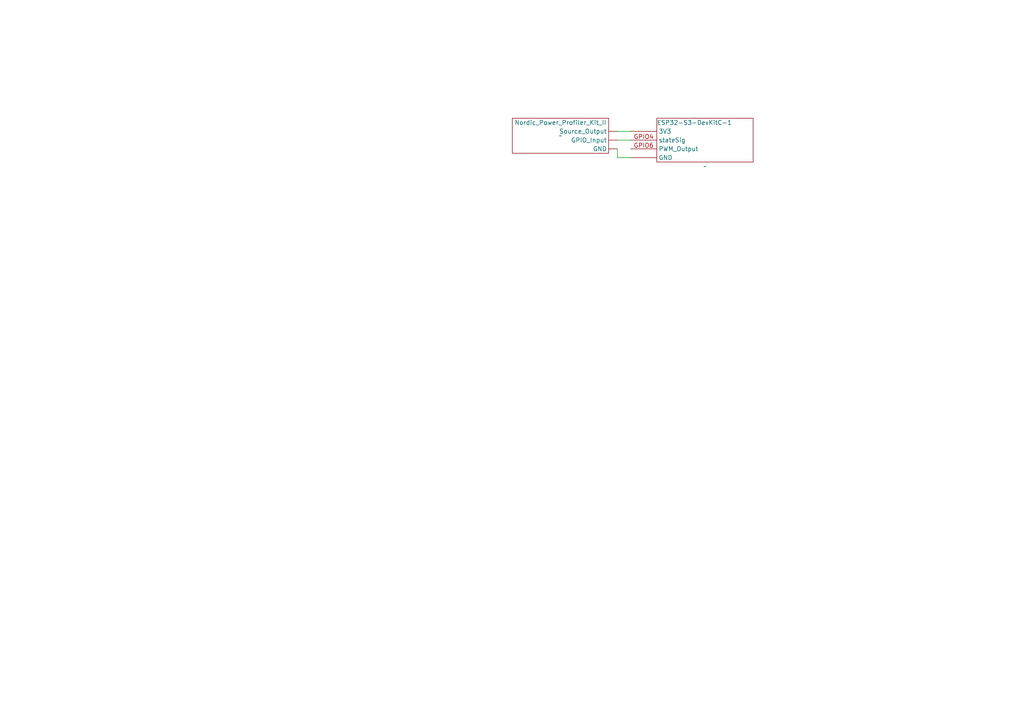
<source format=kicad_sch>
(kicad_sch (version 20230121) (generator eeschema)

  (uuid 6ee429b9-1737-4522-9b96-743727f2fd37)

  (paper "A4")

  (lib_symbols
    (symbol "apris2023_eval1:ESP32-S3-DevKitC" (in_bom yes) (on_board yes)
      (property "Reference" "ESP32-S3-DevKitC-1" (at 0 12.7 0)
        (effects (font (size 1.27 1.27)))
      )
      (property "Value" "" (at 0 0 0)
        (effects (font (size 1.27 1.27)))
      )
      (property "Footprint" "" (at 0 0 0)
        (effects (font (size 1.27 1.27)) hide)
      )
      (property "Datasheet" "" (at 0 0 0)
        (effects (font (size 1.27 1.27)) hide)
      )
      (symbol "ESP32-S3-DevKitC_0_1"
        (rectangle (start -13.97 13.97) (end 13.97 1.27)
          (stroke (width 0) (type default))
          (fill (type none))
        )
      )
      (symbol "ESP32-S3-DevKitC_1_1"
        (pin input line (at -21.59 10.16 0) (length 7.62)
          (name "3V3" (effects (font (size 1.27 1.27))))
          (number "" (effects (font (size 1.27 1.27))))
        )
        (pin input line (at -21.59 2.54 0) (length 7.62)
          (name "GND" (effects (font (size 1.27 1.27))))
          (number "" (effects (font (size 1.27 1.27))))
        )
        (pin output line (at -21.59 7.62 0) (length 7.62)
          (name "stateSig" (effects (font (size 1.27 1.27))))
          (number "GPIO4" (effects (font (size 1.27 1.27))))
        )
        (pin output line (at -21.59 5.08 0) (length 7.62)
          (name "PWM_Output" (effects (font (size 1.27 1.27))))
          (number "GPIO6" (effects (font (size 1.27 1.27))))
        )
      )
    )
    (symbol "apris2023_eval1:Nordic_Power_Profile_Kit_II" (in_bom yes) (on_board yes)
      (property "Reference" "Nordic_Power_Profiler_Kit_II" (at 0 3.81 0)
        (effects (font (size 1.27 1.27)))
      )
      (property "Value" "" (at 0 0 0)
        (effects (font (size 1.27 1.27)))
      )
      (property "Footprint" "" (at 0 0 0)
        (effects (font (size 1.27 1.27)) hide)
      )
      (property "Datasheet" "" (at 0 0 0)
        (effects (font (size 1.27 1.27)) hide)
      )
      (symbol "Nordic_Power_Profile_Kit_II_0_1"
        (rectangle (start -13.97 5.08) (end 13.97 -5.08)
          (stroke (width 0) (type default))
          (fill (type none))
        )
      )
      (symbol "Nordic_Power_Profile_Kit_II_1_1"
        (pin input line (at 16.51 -3.81 180) (length 2.54)
          (name "GND" (effects (font (size 1.27 1.27))))
          (number "" (effects (font (size 1.27 1.27))))
        )
        (pin input line (at 16.51 -1.27 180) (length 2.54)
          (name "GPIO_Input" (effects (font (size 1.27 1.27))))
          (number "" (effects (font (size 1.27 1.27))))
        )
        (pin input line (at 16.51 1.27 180) (length 2.54)
          (name "Source_Output" (effects (font (size 1.27 1.27))))
          (number "" (effects (font (size 1.27 1.27))))
        )
      )
    )
  )


  (wire (pts (xy 179.07 45.72) (xy 179.07 43.18))
    (stroke (width 0) (type default))
    (uuid 403f3a1c-33bb-4fb4-a993-62fd31558f7f)
  )
  (wire (pts (xy 179.07 40.64) (xy 182.88 40.64))
    (stroke (width 0) (type default))
    (uuid 75f9d5c4-f050-4bb3-8f5c-a03f8eb3720a)
  )
  (wire (pts (xy 179.07 38.1) (xy 182.88 38.1))
    (stroke (width 0) (type default))
    (uuid a5f5a4fb-f83e-4354-aa35-10b226a8c715)
  )
  (wire (pts (xy 182.88 45.72) (xy 179.07 45.72))
    (stroke (width 0) (type default))
    (uuid b540c3df-28b5-45c1-afdc-b01eaf17b127)
  )

  (symbol (lib_id "apris2023_eval1:Nordic_Power_Profile_Kit_II") (at 162.56 39.37 0) (unit 1)
    (in_bom yes) (on_board yes) (dnp no)
    (uuid 0091ecff-34e8-4553-8734-c696992fb1f7)
    (property "Reference" "Nordic_Power_Profiler_Kit_II" (at 162.56 35.56 0)
      (effects (font (size 1.27 1.27)))
    )
    (property "Value" "~" (at 162.56 39.37 0)
      (effects (font (size 1.27 1.27)))
    )
    (property "Footprint" "" (at 162.56 39.37 0)
      (effects (font (size 1.27 1.27)) hide)
    )
    (property "Datasheet" "" (at 162.56 39.37 0)
      (effects (font (size 1.27 1.27)) hide)
    )
    (pin "" (uuid 2d64d77c-fc8c-4a3d-a2c9-6e89e77fc721))
    (pin "" (uuid 9010b756-e7b7-4820-a093-ccbb37820d6d))
    (pin "" (uuid 53d385b3-da2f-4d5c-a938-002293b796cd))
    (instances
      (project "apris2023_eval1"
        (path "/6ee429b9-1737-4522-9b96-743727f2fd37"
          (reference "Nordic_Power_Profiler_Kit_II") (unit 1)
        )
      )
    )
  )

  (symbol (lib_id "apris2023_eval1:ESP32-S3-DevKitC") (at 204.47 48.26 0) (unit 1)
    (in_bom yes) (on_board yes) (dnp no)
    (uuid a13cbcb3-4fe7-4d48-a107-f4643c99931c)
    (property "Reference" "ESP32-S3-DevKitC-1" (at 190.5 35.56 0)
      (effects (font (size 1.27 1.27)) (justify left))
    )
    (property "Value" "~" (at 204.47 48.26 0)
      (effects (font (size 1.27 1.27)))
    )
    (property "Footprint" "" (at 204.47 48.26 0)
      (effects (font (size 1.27 1.27)) hide)
    )
    (property "Datasheet" "" (at 204.47 48.26 0)
      (effects (font (size 1.27 1.27)) hide)
    )
    (pin "" (uuid 43d53a58-303c-455a-bb59-951a7637c954))
    (pin "" (uuid 1543e342-e19b-4ba0-a4df-b286cff3a9c7))
    (pin "GPIO4" (uuid b00da6c5-620b-4add-8785-391d236c81ae))
    (pin "GPIO6" (uuid 698598e4-0461-4e29-9a4a-9b1a8e82712d))
    (instances
      (project "apris2023_eval1"
        (path "/6ee429b9-1737-4522-9b96-743727f2fd37"
          (reference "ESP32-S3-DevKitC-1") (unit 1)
        )
      )
    )
  )

  (sheet_instances
    (path "/" (page "1"))
  )
)

</source>
